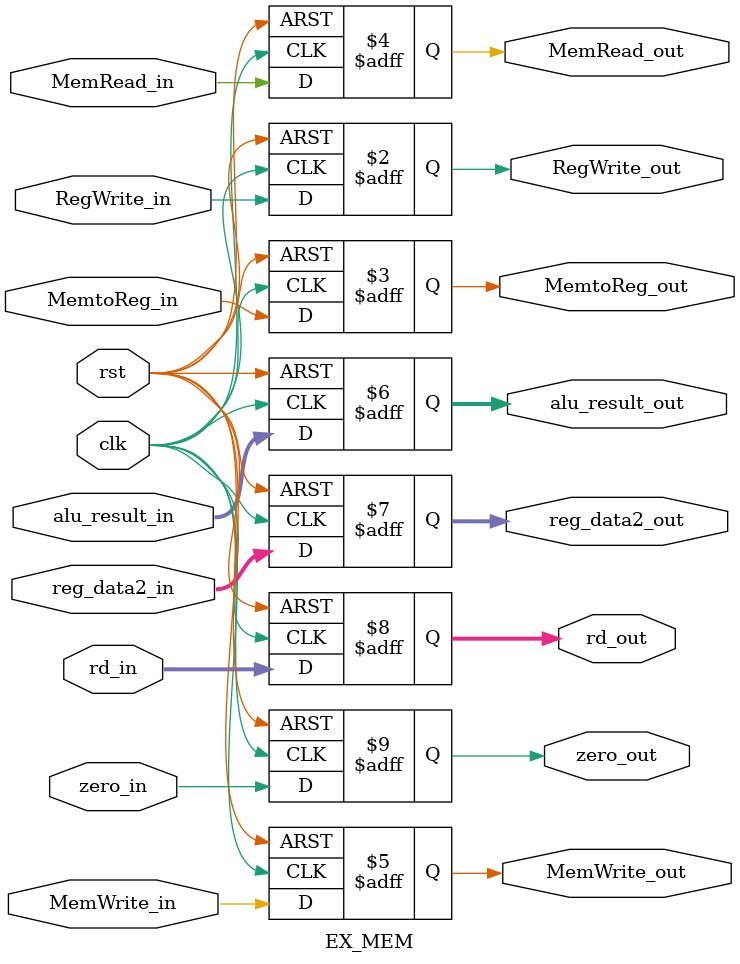
<source format=sv>
module EX_MEM (
    input         clk,
    input         rst,
    
    // Control signals
    input         RegWrite_in,
    input         MemtoReg_in,
    input         MemRead_in,
    input         MemWrite_in,
    
    // Data signals
    input  [31:0] alu_result_in,
    input  [31:0] reg_data2_in,
    input  [4:0]  rd_in,
    input         zero_in,
    
    // Outputs
    output reg        RegWrite_out,
    output reg        MemtoReg_out,
    output reg        MemRead_out,
    output reg        MemWrite_out,
    output reg [31:0] alu_result_out,
    output reg [31:0] reg_data2_out,
    output reg [4:0]  rd_out,
    output reg        zero_out
);

    always @(posedge clk or posedge rst) begin
        if (rst) begin
            RegWrite_out   <= 0;
            MemtoReg_out   <= 0;
            MemRead_out    <= 0;
            MemWrite_out   <= 0;
            alu_result_out <= 0;
            reg_data2_out  <= 0;
            rd_out         <= 0;
            zero_out       <= 0;
        end 
        else begin
            RegWrite_out   <= RegWrite_in;
            MemtoReg_out   <= MemtoReg_in;
            MemRead_out    <= MemRead_in;
            MemWrite_out   <= MemWrite_in;
            alu_result_out <= alu_result_in;
            reg_data2_out  <= reg_data2_in;
            rd_out         <= rd_in;
            zero_out       <= zero_in;
        end
    end
    
endmodule

</source>
